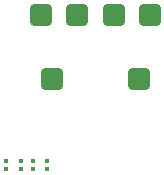
<source format=gtp>
%TF.GenerationSoftware,KiCad,Pcbnew,8.0.6*%
%TF.CreationDate,2025-06-21T19:34:37+03:00*%
%TF.ProjectId,Battery,42617474-6572-4792-9e6b-696361645f70,rev?*%
%TF.SameCoordinates,Original*%
%TF.FileFunction,Paste,Top*%
%TF.FilePolarity,Positive*%
%FSLAX46Y46*%
G04 Gerber Fmt 4.6, Leading zero omitted, Abs format (unit mm)*
G04 Created by KiCad (PCBNEW 8.0.6) date 2025-06-21 19:34:37*
%MOMM*%
%LPD*%
G01*
G04 APERTURE LIST*
G04 Aperture macros list*
%AMRoundRect*
0 Rectangle with rounded corners*
0 $1 Rounding radius*
0 $2 $3 $4 $5 $6 $7 $8 $9 X,Y pos of 4 corners*
0 Add a 4 corners polygon primitive as box body*
4,1,4,$2,$3,$4,$5,$6,$7,$8,$9,$2,$3,0*
0 Add four circle primitives for the rounded corners*
1,1,$1+$1,$2,$3*
1,1,$1+$1,$4,$5*
1,1,$1+$1,$6,$7*
1,1,$1+$1,$8,$9*
0 Add four rect primitives between the rounded corners*
20,1,$1+$1,$2,$3,$4,$5,0*
20,1,$1+$1,$4,$5,$6,$7,0*
20,1,$1+$1,$6,$7,$8,$9,0*
20,1,$1+$1,$8,$9,$2,$3,0*%
G04 Aperture macros list end*
%ADD10RoundRect,0.079500X0.100500X-0.079500X0.100500X0.079500X-0.100500X0.079500X-0.100500X-0.079500X0*%
%ADD11RoundRect,0.225000X0.675000X0.675000X-0.675000X0.675000X-0.675000X-0.675000X0.675000X-0.675000X0*%
%ADD12RoundRect,0.079500X-0.100500X0.079500X-0.100500X-0.079500X0.100500X-0.079500X0.100500X0.079500X0*%
G04 APERTURE END LIST*
D10*
%TO.C,R1*%
X140470000Y-88440000D03*
X140470000Y-87750000D03*
%TD*%
D11*
%TO.C,Power_Connector_Battery1*%
X149130000Y-75410000D03*
X148250000Y-80840000D03*
X146120000Y-75390000D03*
X142980000Y-75390000D03*
X140880000Y-80850000D03*
X139970000Y-75400000D03*
%TD*%
D10*
%TO.C,F1*%
X136970000Y-88440000D03*
X136970000Y-87750000D03*
%TD*%
D12*
%TO.C,C2*%
X139270000Y-87750000D03*
X139270000Y-88440000D03*
%TD*%
%TO.C,C1*%
X138270000Y-87750000D03*
X138270000Y-88440000D03*
%TD*%
M02*

</source>
